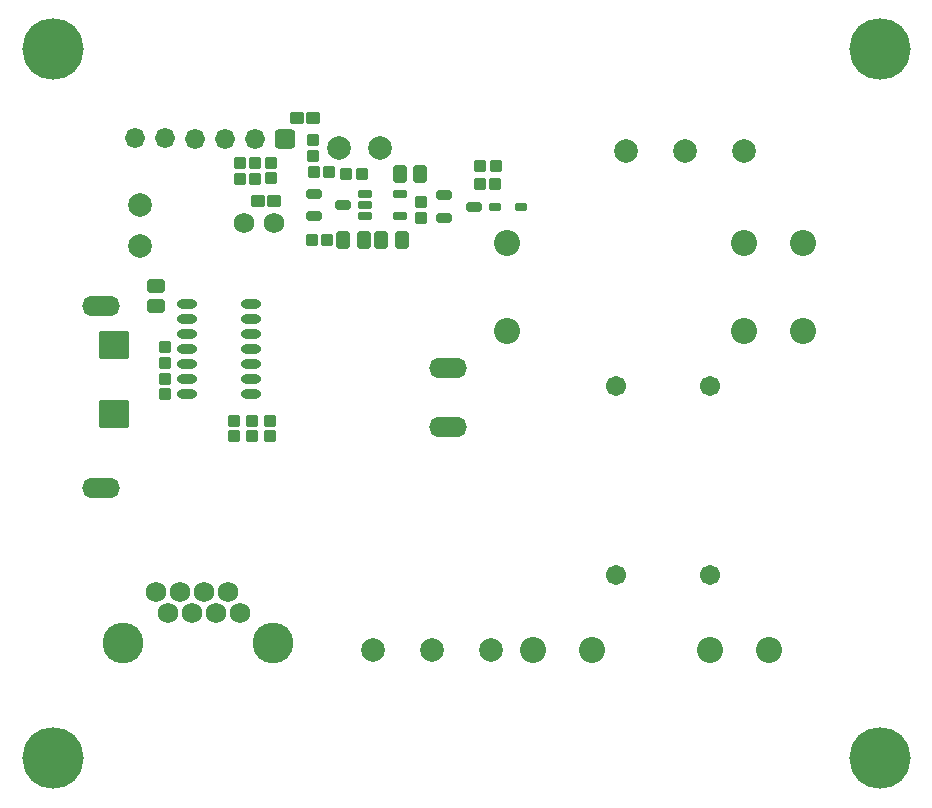
<source format=gbr>
%TF.GenerationSoftware,Altium Limited,Altium Designer,20.1.8 (145)*%
G04 Layer_Color=16711833*
%FSLAX45Y45*%
%MOMM*%
%TF.SameCoordinates,2A241EDF-A570-403E-9AC0-7F4DA974E4D7*%
%TF.FilePolarity,Negative*%
%TF.FileFunction,Soldermask,Bot*%
%TF.Part,Single*%
G01*
G75*
%TA.AperFunction,SMDPad,CuDef*%
G04:AMPARAMS|DCode=40|XSize=1.0532mm|YSize=1.0532mm|CornerRadius=0.1441mm|HoleSize=0mm|Usage=FLASHONLY|Rotation=180.000|XOffset=0mm|YOffset=0mm|HoleType=Round|Shape=RoundedRectangle|*
%AMROUNDEDRECTD40*
21,1,1.05320,0.76500,0,0,180.0*
21,1,0.76500,1.05320,0,0,180.0*
1,1,0.28820,-0.38250,0.38250*
1,1,0.28820,0.38250,0.38250*
1,1,0.28820,0.38250,-0.38250*
1,1,0.28820,-0.38250,-0.38250*
%
%ADD40ROUNDEDRECTD40*%
G04:AMPARAMS|DCode=41|XSize=1.0532mm|YSize=1.0532mm|CornerRadius=0.1441mm|HoleSize=0mm|Usage=FLASHONLY|Rotation=270.000|XOffset=0mm|YOffset=0mm|HoleType=Round|Shape=RoundedRectangle|*
%AMROUNDEDRECTD41*
21,1,1.05320,0.76500,0,0,270.0*
21,1,0.76500,1.05320,0,0,270.0*
1,1,0.28820,-0.38250,-0.38250*
1,1,0.28820,-0.38250,0.38250*
1,1,0.28820,0.38250,0.38250*
1,1,0.28820,0.38250,-0.38250*
%
%ADD41ROUNDEDRECTD41*%
G04:AMPARAMS|DCode=42|XSize=0.8032mm|YSize=1.3032mm|CornerRadius=0.1316mm|HoleSize=0mm|Usage=FLASHONLY|Rotation=270.000|XOffset=0mm|YOffset=0mm|HoleType=Round|Shape=RoundedRectangle|*
%AMROUNDEDRECTD42*
21,1,0.80320,1.04000,0,0,270.0*
21,1,0.54000,1.30320,0,0,270.0*
1,1,0.26320,-0.52000,-0.27000*
1,1,0.26320,-0.52000,0.27000*
1,1,0.26320,0.52000,0.27000*
1,1,0.26320,0.52000,-0.27000*
%
%ADD42ROUNDEDRECTD42*%
G04:AMPARAMS|DCode=43|XSize=1.0532mm|YSize=1.1032mm|CornerRadius=0.1441mm|HoleSize=0mm|Usage=FLASHONLY|Rotation=90.000|XOffset=0mm|YOffset=0mm|HoleType=Round|Shape=RoundedRectangle|*
%AMROUNDEDRECTD43*
21,1,1.05320,0.81500,0,0,90.0*
21,1,0.76500,1.10320,0,0,90.0*
1,1,0.28820,0.40750,0.38250*
1,1,0.28820,0.40750,-0.38250*
1,1,0.28820,-0.40750,-0.38250*
1,1,0.28820,-0.40750,0.38250*
%
%ADD43ROUNDEDRECTD43*%
G04:AMPARAMS|DCode=44|XSize=1.4782mm|YSize=1.1032mm|CornerRadius=0.1466mm|HoleSize=0mm|Usage=FLASHONLY|Rotation=270.000|XOffset=0mm|YOffset=0mm|HoleType=Round|Shape=RoundedRectangle|*
%AMROUNDEDRECTD44*
21,1,1.47820,0.81000,0,0,270.0*
21,1,1.18500,1.10320,0,0,270.0*
1,1,0.29320,-0.40500,-0.59250*
1,1,0.29320,-0.40500,0.59250*
1,1,0.29320,0.40500,0.59250*
1,1,0.29320,0.40500,-0.59250*
%
%ADD44ROUNDEDRECTD44*%
G04:AMPARAMS|DCode=45|XSize=0.7032mm|YSize=1.0032mm|CornerRadius=0.1041mm|HoleSize=0mm|Usage=FLASHONLY|Rotation=270.000|XOffset=0mm|YOffset=0mm|HoleType=Round|Shape=RoundedRectangle|*
%AMROUNDEDRECTD45*
21,1,0.70320,0.79500,0,0,270.0*
21,1,0.49500,1.00320,0,0,270.0*
1,1,0.20820,-0.39750,-0.24750*
1,1,0.20820,-0.39750,0.24750*
1,1,0.20820,0.39750,0.24750*
1,1,0.20820,0.39750,-0.24750*
%
%ADD45ROUNDEDRECTD45*%
G04:AMPARAMS|DCode=46|XSize=1.4782mm|YSize=1.1032mm|CornerRadius=0.1466mm|HoleSize=0mm|Usage=FLASHONLY|Rotation=0.000|XOffset=0mm|YOffset=0mm|HoleType=Round|Shape=RoundedRectangle|*
%AMROUNDEDRECTD46*
21,1,1.47820,0.81000,0,0,0.0*
21,1,1.18500,1.10320,0,0,0.0*
1,1,0.29320,0.59250,-0.40500*
1,1,0.29320,-0.59250,-0.40500*
1,1,0.29320,-0.59250,0.40500*
1,1,0.29320,0.59250,0.40500*
%
%ADD46ROUNDEDRECTD46*%
G04:AMPARAMS|DCode=47|XSize=0.7032mm|YSize=1.2032mm|CornerRadius=0.1266mm|HoleSize=0mm|Usage=FLASHONLY|Rotation=270.000|XOffset=0mm|YOffset=0mm|HoleType=Round|Shape=RoundedRectangle|*
%AMROUNDEDRECTD47*
21,1,0.70320,0.95000,0,0,270.0*
21,1,0.45000,1.20320,0,0,270.0*
1,1,0.25320,-0.47500,-0.22500*
1,1,0.25320,-0.47500,0.22500*
1,1,0.25320,0.47500,0.22500*
1,1,0.25320,0.47500,-0.22500*
%
%ADD47ROUNDEDRECTD47*%
%ADD48O,1.70320X0.80320*%
G04:AMPARAMS|DCode=49|XSize=2.5532mm|YSize=2.3032mm|CornerRadius=0.1121mm|HoleSize=0mm|Usage=FLASHONLY|Rotation=0.000|XOffset=0mm|YOffset=0mm|HoleType=Round|Shape=RoundedRectangle|*
%AMROUNDEDRECTD49*
21,1,2.55320,2.07900,0,0,0.0*
21,1,2.32900,2.30320,0,0,0.0*
1,1,0.22420,1.16450,-1.03950*
1,1,0.22420,-1.16450,-1.03950*
1,1,0.22420,-1.16450,1.03950*
1,1,0.22420,1.16450,1.03950*
%
%ADD49ROUNDEDRECTD49*%
%TA.AperFunction,ComponentPad*%
%ADD50C,1.70320*%
%ADD51O,1.70320X1.65320*%
G04:AMPARAMS|DCode=52|XSize=1.7032mm|YSize=1.6532mm|CornerRadius=0.28285mm|HoleSize=0mm|Usage=FLASHONLY|Rotation=180.000|XOffset=0mm|YOffset=0mm|HoleType=Round|Shape=RoundedRectangle|*
%AMROUNDEDRECTD52*
21,1,1.70320,1.08750,0,0,180.0*
21,1,1.13750,1.65320,0,0,180.0*
1,1,0.56570,-0.56875,0.54375*
1,1,0.56570,0.56875,0.54375*
1,1,0.56570,0.56875,-0.54375*
1,1,0.56570,-0.56875,-0.54375*
%
%ADD52ROUNDEDRECTD52*%
%ADD53C,1.72720*%
%ADD54O,3.20320X1.70320*%
%ADD55C,2.00320*%
%ADD56C,2.20320*%
%TA.AperFunction,ViaPad*%
%ADD57C,5.20320*%
%TA.AperFunction,ComponentPad*%
%ADD58C,3.45440*%
D40*
X2705100Y5600700D02*
D03*
Y5730700D02*
D03*
X2349500Y5537200D02*
D03*
Y5407200D02*
D03*
X2184400Y3352800D02*
D03*
Y3222800D02*
D03*
X2032000Y3352800D02*
D03*
Y3222800D02*
D03*
X3619500Y5203900D02*
D03*
Y5073900D02*
D03*
X1447800Y3978100D02*
D03*
Y3848100D02*
D03*
Y3711400D02*
D03*
Y3581400D02*
D03*
X2336800Y3352800D02*
D03*
Y3222800D02*
D03*
D41*
X4249100Y5511800D02*
D03*
X4119100D02*
D03*
X2209800Y5402500D02*
D03*
X2079800D02*
D03*
Y5537200D02*
D03*
X2209800D02*
D03*
X4116100Y5359400D02*
D03*
X4246100D02*
D03*
X2836300Y5461000D02*
D03*
X2706300Y5461000D02*
D03*
X2984500Y5448300D02*
D03*
X3114500D02*
D03*
X2692400Y4889500D02*
D03*
X2822400D02*
D03*
D42*
X4064000Y5168900D02*
D03*
X3814000Y5073900D02*
D03*
X3813999Y5263900D02*
D03*
X2956300Y5181600D02*
D03*
X2706300Y5086600D02*
D03*
Y5276600D02*
D03*
D43*
X2239900Y5219700D02*
D03*
X2374900D02*
D03*
X2570100Y5918200D02*
D03*
X2705100D02*
D03*
D44*
X2958300Y4889500D02*
D03*
X3133540D02*
D03*
X3279160D02*
D03*
X3454400D02*
D03*
X3611239Y5448300D02*
D03*
X3435999D02*
D03*
D45*
X4466100Y5168900D02*
D03*
X4246100D02*
D03*
D46*
X1371600Y4498700D02*
D03*
Y4323460D02*
D03*
D47*
X3436000Y5276600D02*
D03*
X3436000Y5086600D02*
D03*
X3141000Y5276600D02*
D03*
X3141000Y5181600D02*
D03*
X3141000Y5086600D02*
D03*
D48*
X1635000Y3581400D02*
D03*
Y3708400D02*
D03*
Y3835400D02*
D03*
Y3962400D02*
D03*
Y4089400D02*
D03*
Y4216400D02*
D03*
Y4343400D02*
D03*
X2175000Y3581400D02*
D03*
Y3708400D02*
D03*
Y3835400D02*
D03*
Y3962400D02*
D03*
Y4089400D02*
D03*
Y4216400D02*
D03*
Y4343400D02*
D03*
D49*
X1016000Y3415900D02*
D03*
Y4000900D02*
D03*
D50*
X5266302Y3648593D02*
D03*
X6066302D02*
D03*
Y2048593D02*
D03*
X5266302D02*
D03*
D51*
X1193800Y5753100D02*
D03*
X1447800D02*
D03*
X1701800Y5740400D02*
D03*
X1955800D02*
D03*
X2209800D02*
D03*
D52*
X2463800D02*
D03*
D53*
X2120900Y5029200D02*
D03*
X2374900D02*
D03*
X1978286Y1903159D02*
D03*
X2079886Y1725359D02*
D03*
X1775086Y1903159D02*
D03*
X1876686Y1725359D02*
D03*
X1571886Y1903159D02*
D03*
X1673486Y1725359D02*
D03*
X1368686Y1903159D02*
D03*
X1470286Y1725359D02*
D03*
D54*
X3848100Y3303460D02*
D03*
Y3803460D02*
D03*
X908100Y2783460D02*
D03*
Y4323460D02*
D03*
D55*
X2921000Y5664200D02*
D03*
X3271000D02*
D03*
X1235806Y4831600D02*
D03*
Y5181600D02*
D03*
X3206395Y1417576D02*
D03*
X3706395D02*
D03*
X4206395D02*
D03*
X6348243Y5638800D02*
D03*
X5848243D02*
D03*
X5348243D02*
D03*
D56*
X4348243Y4112260D02*
D03*
Y4862260D02*
D03*
X6348243D02*
D03*
Y4112260D02*
D03*
X6848243Y4862260D02*
D03*
Y4112260D02*
D03*
X4566302Y1417576D02*
D03*
X5066302D02*
D03*
X6066302D02*
D03*
X6566302D02*
D03*
D57*
X7500000Y6500000D02*
D03*
X500000D02*
D03*
X7500000Y500000D02*
D03*
X500000D02*
D03*
D58*
X1089286Y1471359D02*
D03*
X2359286D02*
D03*
%TF.MD5,090a9a0f75469c1f08e98d732d92fd09*%
M02*

</source>
